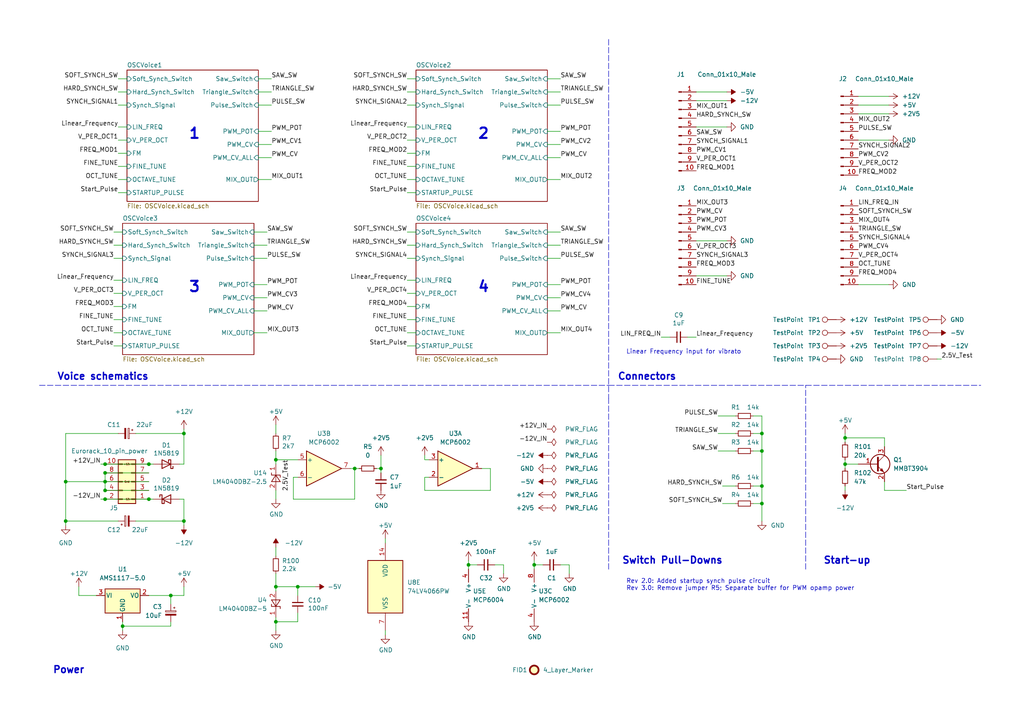
<source format=kicad_sch>
(kicad_sch (version 20211123) (generator eeschema)
  (paper "A4")
  (title_block (title "Quadraphone Components") (date "2023-04-04") (rev "2.0") (company "Mountjoy Modular"))
  (lib_symbols
    (symbol "4xxx:4066" (pin_names (offset 1.016))
      (property "Reference" "U" (at -7.62 8.89 0))
      (property "Value" "4066" (at -7.62 -8.89 0))
      (symbol "4066_1_0"
        (pin passive line (at -7.62 0 0) (length 5.08) (name "~") (number "1"))
        (pin input line (at 0 7.62 270) (length 5.08) (name "~") (number "13"))
        (pin passive line (at 7.62 0 180) (length 5.08) (name "~") (number "2"))
      )
      (symbol "4066_2_0"
        (pin passive line (at 7.62 0 180) (length 5.08) (name "~") (number "3"))
        (pin passive line (at -7.62 0 0) (length 5.08) (name "~") (number "4"))
        (pin input line (at 0 7.62 270) (length 5.08) (name "~") (number "5"))
      )
      (symbol "4066_3_0"
        (pin input line (at 0 7.62 270) (length 5.08) (name "~") (number "6"))
        (pin passive line (at -7.62 0 0) (length 5.08) (name "~") (number "8"))
        (pin passive line (at 7.62 0 180) (length 5.08) (name "~") (number "9"))
      )
      (symbol "4066_4_0"
        (pin passive line (at 7.62 0 180) (length 5.08) (name "~") (number "10"))
        (pin passive line (at -7.62 0 0) (length 5.08) (name "~") (number "11"))
        (pin input line (at 0 7.62 270) (length 5.08) (name "~") (number "12"))
      )
      (symbol "4066_5_0"
        (pin power_in line (at 0 12.7 270) (length 5.08) (name "VDD") (number "14"))
        (pin power_in line (at 0 -12.7 90) (length 5.08) (name "VSS") (number "7"))
      )
    )
    (symbol "Amplifier_Operational:MCP6002-xSN" (pin_names (offset 0.127))
      (property "Reference" "U" (at 0 5.08 0))
      (property "Value" "MCP6002-xSN" (at 0 -5.08 0))
      (symbol "MCP6002-xSN_1_1"
        (pin output line (at 7.62 0 180) (length 2.54) (name "~") (number "1"))
        (pin input line (at -7.62 -2.54 0) (length 2.54) (name "-") (number "2"))
        (pin input line (at -7.62 2.54 0) (length 2.54) (name "+") (number "3"))
      )
      (symbol "MCP6002-xSN_2_1"
        (pin input line (at -7.62 2.54 0) (length 2.54) (name "+") (number "5"))
        (pin input line (at -7.62 -2.54 0) (length 2.54) (name "-") (number "6"))
        (pin output line (at 7.62 0 180) (length 2.54) (name "~") (number "7"))
      )
      (symbol "MCP6002-xSN_3_1"
        (pin power_in line (at -2.54 -7.62 90) (length 3.81) (name "V-") (number "4"))
        (pin power_in line (at -2.54 7.62 270) (length 3.81) (name "V+") (number "8"))
      )
    )
    (symbol "Amplifier_Operational:MCP6004" (pin_names (offset 0.127))
      (property "Reference" "U" (at 0 5.08 0))
      (property "Value" "MCP6004" (at 0 -5.08 0))
      (symbol "MCP6004_1_1"
        (pin output line (at 7.62 0 180) (length 2.54) (name "~") (number "1"))
        (pin input line (at -7.62 -2.54 0) (length 2.54) (name "-") (number "2"))
        (pin input line (at -7.62 2.54 0) (length 2.54) (name "+") (number "3"))
      )
      (symbol "MCP6004_2_1"
        (pin input line (at -7.62 2.54 0) (length 2.54) (name "+") (number "5"))
        (pin input line (at -7.62 -2.54 0) (length 2.54) (name "-") (number "6"))
        (pin output line (at 7.62 0 180) (length 2.54) (name "~") (number "7"))
      )
      (symbol "MCP6004_3_1"
        (pin input line (at -7.62 2.54 0) (length 2.54) (name "+") (number "10"))
        (pin output line (at 7.62 0 180) (length 2.54) (name "~") (number "8"))
        (pin input line (at -7.62 -2.54 0) (length 2.54) (name "-") (number "9"))
      )
      (symbol "MCP6004_4_1"
        (pin input line (at -7.62 2.54 0) (length 2.54) (name "+") (number "12"))
        (pin input line (at -7.62 -2.54 0) (length 2.54) (name "-") (number "13"))
        (pin output line (at 7.62 0 180) (length 2.54) (name "~") (number "14"))
      )
      (symbol "MCP6004_5_1"
        (pin power_in line (at -2.54 -7.62 90) (length 3.81) (name "V-") (number "11"))
        (pin power_in line (at -2.54 7.62 270) (length 3.81) (name "V+") (number "4"))
      )
    )
    (symbol "Connector:Conn_01x10_Male" (pin_names (offset 1.016) hide)
      (property "Reference" "J" (at 0 12.7 0))
      (property "Value" "Conn_01x10_Male" (at 0 -15.24 0))
      (symbol "Conn_01x10_Male_1_1"
        (pin passive line (at 5.08 10.16 180) (length 3.81) (name "Pin_1") (number "1"))
        (pin passive line (at 5.08 -12.7 180) (length 3.81) (name "Pin_10") (number "10"))
        (pin passive line (at 5.08 7.62 180) (length 3.81) (name "Pin_2") (number "2"))
        (pin passive line (at 5.08 5.08 180) (length 3.81) (name "Pin_3") (number "3"))
        (pin passive line (at 5.08 2.54 180) (length 3.81) (name "Pin_4") (number "4"))
        (pin passive line (at 5.08 0 180) (length 3.81) (name "Pin_5") (number "5"))
        (pin passive line (at 5.08 -2.54 180) (length 3.81) (name "Pin_6") (number "6"))
        (pin passive line (at 5.08 -5.08 180) (length 3.81) (name "Pin_7") (number "7"))
        (pin passive line (at 5.08 -7.62 180) (length 3.81) (name "Pin_8") (number "8"))
        (pin passive line (at 5.08 -10.16 180) (length 3.81) (name "Pin_9") (number "9"))
      )
    )
    (symbol "Connector:TestPoint" (pin_numbers hide) (pin_names (offset 0.762) hide)
      (property "Reference" "TP" (at 0 6.858 0))
      (property "Value" "TestPoint" (at 0 5.08 0))
      (symbol "TestPoint_1_1"
        (pin passive line (at 0 0 90) (length 2.54) (name "1") (number "1"))
      )
    )
    (symbol "Device:C_Polarized_Small" (pin_numbers hide) (pin_names (offset 0.254) hide)
      (property "Reference" "C" (at 0.254 1.778 0))
      (property "Value" "C_Polarized_Small" (at 0.254 -2.032 0))
      (symbol "C_Polarized_Small_1_1"
        (pin passive line (at 0 2.54 270) (length 1.8542) (name "~") (number "1"))
        (pin passive line (at 0 -2.54 90) (length 1.8542) (name "~") (number "2"))
      )
    )
    (symbol "Device:C_Small" (pin_numbers hide) (pin_names (offset 0.254) hide)
      (property "Reference" "C" (at 0.254 1.778 0))
      (property "Value" "C_Small" (at 0.254 -2.032 0))
      (symbol "C_Small_1_1"
        (pin passive line (at 0 2.54 270) (length 2.032) (name "~") (number "1"))
        (pin passive line (at 0 -2.54 90) (length 2.032) (name "~") (number "2"))
      )
    )
    (symbol "Device:R_Small" (pin_numbers hide) (pin_names (offset 0.254) hide)
      (property "Reference" "R" (at 0.762 0.508 0))
      (property "Value" "R_Small" (at 0.762 -1.016 0))
      (symbol "R_Small_1_1"
        (pin passive line (at 0 2.54 270) (length 0.762) (name "~") (number "1"))
        (pin passive line (at 0 -2.54 90) (length 0.762) (name "~") (number "2"))
      )
    )
    (symbol "Diode:1N5819" (pin_numbers hide) (pin_names (offset 1.016) hide)
      (property "Reference" "D" (at 0 2.54 0))
      (property "Value" "1N5819" (at 0 -2.54 0))
      (symbol "1N5819_1_1"
        (pin passive line (at -3.81 0 0) (length 2.54) (name "K") (number "1"))
        (pin passive line (at 3.81 0 180) (length 2.54) (name "A") (number "2"))
      )
    )
    (symbol "Eurorack_Header:Eurorack_10_pin_power" (pin_names (offset 1.016) hide)
      (property "Reference" "J" (at 1.27 7.62 0))
      (property "Value" "Eurorack_10_pin_power" (at 1.27 -7.62 0))
      (symbol "Eurorack_10_pin_power_1_0"
        (text "+12v" (at 1.27 -5.08 0) (effects (font (size 0.508 0.508))))
        (text "-12v" (at 1.27 5.08 0) (effects (font (size 0.508 0.508))))
        (text "Gnd" (at 1.27 0 0) (effects (font (size 0.508 0.508))))
      )
      (symbol "Eurorack_10_pin_power_1_1"
        (pin power_in line (at -5.08 5.08 0) (length 3.81) (name "Pin_1") (number "1"))
        (pin passive line (at 7.62 -5.08 180) (length 3.81) (name "Pin_10") (number "10"))
        (pin passive line (at 7.62 5.08 180) (length 3.81) (name "Pin_2") (number "2"))
        (pin passive line (at -5.08 2.54 0) (length 3.81) (name "Pin_3") (number "3"))
        (pin passive line (at 7.62 2.54 180) (length 3.81) (name "Pin_4") (number "4"))
        (pin power_in line (at -5.08 0 0) (length 3.81) (name "Pin_5") (number "5"))
        (pin passive line (at 7.62 0 180) (length 3.81) (name "Pin_6") (number "6"))
        (pin passive line (at -5.08 -2.54 0) (length 3.81) (name "Pin_7") (number "7"))
        (pin passive line (at 7.62 -2.54 180) (length 3.81) (name "Pin_8") (number "8"))
        (pin power_in line (at -5.08 -5.08 0) (length 3.81) (name "Pin_9") (number "9"))
      )
    )
    (symbol "Mechanical:Fiducial"
      (property "Reference" "FID" (at 0 5.08 0))
      (property "Value" "Fiducial" (at 0 3.175 0))
    )
    (symbol "Reference_Voltage:LM4040DBZ-2.5" (pin_names (offset 0.0254) hide)
      (property "Reference" "U" (at 0 2.54 0))
      (property "Value" "LM4040DBZ-2.5" (at 0 -3.175 0))
      (symbol "LM4040DBZ-2.5_1_1"
        (pin passive line (at 3.81 0 180) (length 2.54) (name "K") (number "1"))
        (pin passive line (at -3.81 0 0) (length 2.54) (name "A") (number "2"))
      )
    )
    (symbol "Reference_Voltage:LM4040DBZ-5" (pin_names (offset 0.0254) hide)
      (property "Reference" "U" (at 0 2.54 0))
      (property "Value" "LM4040DBZ-5" (at 0 -3.175 0))
      (symbol "LM4040DBZ-5_1_1"
        (pin passive line (at 3.81 0 180) (length 2.54) (name "K") (number "1"))
        (pin passive line (at -3.81 0 0) (length 2.54) (name "A") (number "2"))
      )
    )
    (symbol "Regulator_Linear:AMS1117-5.0" (pin_names (offset 0.254))
      (property "Reference" "U" (at -3.81 3.175 0))
      (property "Value" "AMS1117-5.0" (at 0 3.175 0))
      (symbol "AMS1117-5.0_1_1"
        (pin power_in line (at 0 -7.62 90) (length 2.54) (name "GND") (number "1"))
        (pin power_out line (at 7.62 0 180) (length 2.54) (name "VO") (number "2"))
        (pin power_in line (at -7.62 0 0) (length 2.54) (name "VI") (number "3"))
      )
    )
    (symbol "Transistor_BJT:MMBT3904" (pin_names (offset 0) hide)
      (property "Reference" "Q" (at 5.08 1.905 0))
      (property "Value" "MMBT3904" (at 5.08 0 0))
      (symbol "MMBT3904_1_1"
        (pin input line (at -5.08 0 0) (length 5.715) (name "B") (number "1"))
        (pin passive line (at 2.54 -5.08 90) (length 2.54) (name "E") (number "2"))
        (pin passive line (at 2.54 5.08 270) (length 2.54) (name "C") (number "3"))
      )
    )
    (symbol "power:+12V" (power) (pin_names (offset 0))
      (property "Value" "+12V" (at 0 3.556 0))
      (symbol "+12V_1_1"
        (pin power_in line (at 0 0 90) (length 0) hide (name "+12V") (number "1"))
      )
    )
    (symbol "power:+2V5" (power) (pin_names (offset 0))
      (property "Value" "+2V5" (at 0 3.556 0))
      (symbol "+2V5_1_1"
        (pin power_in line (at 0 0 90) (length 0) hide (name "+2V5") (number "1"))
      )
    )
    (symbol "power:+5V" (power) (pin_names (offset 0))
      (property "Value" "+5V" (at 0 3.556 0))
      (symbol "+5V_1_1"
        (pin power_in line (at 0 0 90) (length 0) hide (name "+5V") (number "1"))
      )
    )
    (symbol "power:-12V" (power) (pin_names (offset 0))
      (property "Value" "-12V" (at 0 3.81 0))
      (symbol "-12V_0_0"
        (pin power_in line (at 0 0 90) (length 0) hide (name "-12V") (number "1"))
      )
    )
    (symbol "power:-5V" (power) (pin_names (offset 0))
      (property "Value" "-5V" (at 0 3.81 0))
      (symbol "-5V_0_0"
        (pin power_in line (at 0 0 90) (length 0) hide (name "-5V") (number "1"))
      )
    )
    (symbol "power:GND" (power) (pin_names (offset 0))
      (property "Value" "GND" (at 0 -3.81 0))
      (symbol "GND_1_1"
        (pin power_in line (at 0 0 270) (length 0) hide (name "GND") (number "1"))
      )
    )
    (symbol "power:PWR_FLAG" (power) (pin_numbers hide) (pin_names (offset 0) hide)
      (property "Value" "PWR_FLAG" (at 0 3.81 0))
      (symbol "PWR_FLAG_0_0"
        (pin power_out line (at 0 0 90) (length 0) (name "pwr") (number "1"))
      )
    )
  )
  (junction (at 135.89 163.83))
  (junction (at 220.98 140.97))
  (junction (at 19.05 139.7))
  (junction (at 220.98 125.73))
  (junction (at 30.48 134.62))
  (junction (at 30.48 139.7))
  (junction (at 245.11 127))
  (junction (at 30.48 142.24))
  (junction (at 110.49 135.89))
  (junction (at 49.53 172.72))
  (junction (at 86.36 170.18))
  (junction (at 43.18 144.78))
  (junction (at 19.05 151.13))
  (junction (at 220.98 130.81))
  (junction (at 245.11 134.62))
  (junction (at 80.01 133.35))
  (junction (at 35.56 181.61))
  (junction (at 30.48 144.78))
  (junction (at 30.48 137.16))
  (junction (at 220.98 146.05))
  (junction (at 80.01 170.18))
  (junction (at 53.34 151.13))
  (junction (at 80.01 180.34))
  (junction (at 53.34 125.73))
  (junction (at 154.94 163.83))
  (junction (at 102.87 135.89))
  (junction (at 43.18 134.62))
  (wire (pts (xy 102.87 144.78) (xy 85.09 144.78)))
  (wire (pts (xy 33.02 88.9) (xy 35.56 88.9)))
  (wire (pts (xy 154.94 162.56) (xy 154.94 163.83)))
  (wire (pts (xy 210.82 36.83) (xy 201.93 36.83)))
  (wire (pts (xy 33.02 81.28) (xy 35.56 81.28)))
  (wire (pts (xy 74.93 38.1) (xy 78.74 38.1)))
  (wire (pts (xy 85.09 138.43) (xy 86.36 138.43)))
  (wire (pts (xy 73.66 71.12) (xy 77.47 71.12)))
  (wire (pts (xy 165.1 163.83) (xy 165.1 166.37)))
  (wire (pts (xy 80.01 142.24) (xy 80.01 144.78)))
  (wire (pts (xy 52.07 134.62) (xy 53.34 134.62)))
  (wire (pts (xy 34.29 44.45) (xy 36.83 44.45)))
  (wire (pts (xy 19.05 139.7) (xy 30.48 139.7)))
  (wire (pts (xy 118.11 71.12) (xy 120.65 71.12)))
  (wire (pts (xy 74.93 30.48) (xy 78.74 30.48)))
  (wire (pts (xy 118.11 40.64) (xy 120.65 40.64)))
  (wire (pts (xy 135.89 163.83) (xy 138.43 163.83)))
  (wire (pts (xy 218.44 125.73) (xy 220.98 125.73)))
  (wire (pts (xy 74.93 41.91) (xy 78.74 41.91)))
  (wire (pts (xy 218.44 140.97) (xy 220.98 140.97)))
  (wire (pts (xy 220.98 146.05) (xy 220.98 151.13)))
  (wire (pts (xy 33.02 74.93) (xy 35.56 74.93)))
  (wire (pts (xy 34.29 55.88) (xy 36.83 55.88)))
  (wire (pts (xy 158.75 26.67) (xy 162.56 26.67)))
  (wire (pts (xy 49.53 172.72) (xy 53.34 172.72)))
  (wire (pts (xy 49.53 172.72) (xy 49.53 175.26)))
  (wire (pts (xy 30.48 137.16) (xy 30.48 139.7)))
  (wire (pts (xy 210.82 69.85) (xy 201.93 69.85)))
  (wire (pts (xy 118.11 92.71) (xy 120.65 92.71)))
  (wire (pts (xy 86.36 170.18) (xy 86.36 172.72)))
  (wire (pts (xy 257.81 30.48) (xy 248.92 30.48)))
  (wire (pts (xy 74.93 26.67) (xy 78.74 26.67)))
  (wire (pts (xy 158.75 67.31) (xy 162.56 67.31)))
  (wire (pts (xy 102.87 135.89) (xy 104.14 135.89)))
  (wire (pts (xy 80.01 170.18) (xy 80.01 171.45)))
  (wire (pts (xy 118.11 88.9) (xy 120.65 88.9)))
  (wire (pts (xy 139.7 135.89) (xy 142.24 135.89)))
  (wire (pts (xy 43.18 144.78) (xy 44.45 144.78)))
  (wire (pts (xy 34.29 40.64) (xy 36.83 40.64)))
  (wire (pts (xy 102.87 135.89) (xy 102.87 144.78)))
  (wire (pts (xy 158.75 41.91) (xy 162.56 41.91)))
  (wire (pts (xy 91.44 170.18) (xy 86.36 170.18)))
  (wire (pts (xy 162.56 163.83) (xy 165.1 163.83)))
  (wire (pts (xy 43.18 134.62) (xy 44.45 134.62)))
  (wire (pts (xy 110.49 135.89) (xy 110.49 137.16)))
  (wire (pts (xy 29.21 134.62) (xy 30.48 134.62)))
  (wire (pts (xy 19.05 152.4) (xy 19.05 151.13)))
  (wire (pts (xy 52.07 144.78) (xy 53.34 144.78)))
  (wire (pts (xy 208.28 125.73) (xy 213.36 125.73)))
  (wire (pts (xy 208.28 120.65) (xy 213.36 120.65)))
  (wire (pts (xy 22.86 170.18) (xy 22.86 172.72)))
  (wire (pts (xy 271.78 104.14) (xy 273.05 104.14)))
  (wire (pts (xy 245.11 127) (xy 245.11 128.27)))
  (wire (pts (xy 86.36 170.18) (xy 80.01 170.18)))
  (wire (pts (xy 199.39 97.79) (xy 201.93 97.79)))
  (wire (pts (xy 158.75 86.36) (xy 162.56 86.36)))
  (wire (pts (xy 118.11 30.48) (xy 120.65 30.48)))
  (wire (pts (xy 39.37 125.73) (xy 53.34 125.73)))
  (wire (pts (xy 33.02 100.33) (xy 35.56 100.33)))
  (wire (pts (xy 74.93 52.07) (xy 78.74 52.07)))
  (wire (pts (xy 43.18 142.24) (xy 30.48 142.24)))
  (wire (pts (xy 218.44 146.05) (xy 220.98 146.05)))
  (wire (pts (xy 146.05 163.83) (xy 146.05 166.37)))
  (wire (pts (xy 135.89 163.83) (xy 135.89 165.1)))
  (wire (pts (xy 191.77 97.79) (xy 194.31 97.79)))
  (wire (pts (xy 80.01 133.35) (xy 80.01 134.62)))
  (wire (pts (xy 30.48 139.7) (xy 30.48 142.24)))
  (wire (pts (xy 118.11 55.88) (xy 120.65 55.88)))
  (wire (pts (xy 33.02 85.09) (xy 35.56 85.09)))
  (wire (pts (xy 158.75 38.1) (xy 162.56 38.1)))
  (wire (pts (xy 30.48 134.62) (xy 43.18 134.62)))
  (wire (pts (xy 118.11 85.09) (xy 120.65 85.09)))
  (wire (pts (xy 73.66 90.17) (xy 77.47 90.17)))
  (wire (pts (xy 29.21 144.78) (xy 30.48 144.78)))
  (wire (pts (xy 74.93 22.86) (xy 78.74 22.86)))
  (wire (pts (xy 210.82 80.01) (xy 201.93 80.01)))
  (wire (pts (xy 118.11 44.45) (xy 120.65 44.45)))
  (wire (pts (xy 34.29 52.07) (xy 36.83 52.07)))
  (wire (pts (xy 158.75 52.07) (xy 162.56 52.07)))
  (wire (pts (xy 73.66 74.93) (xy 77.47 74.93)))
  (wire (pts (xy 142.24 142.24) (xy 123.19 142.24)))
  (wire (pts (xy 158.75 22.86) (xy 162.56 22.86)))
  (wire (pts (xy 158.75 71.12) (xy 162.56 71.12)))
  (wire (pts (xy 218.44 130.81) (xy 220.98 130.81)))
  (wire (pts (xy 124.46 133.35) (xy 123.19 133.35)))
  (wire (pts (xy 256.54 127) (xy 256.54 129.54)))
  (wire (pts (xy 49.53 181.61) (xy 35.56 181.61)))
  (wire (pts (xy 118.11 100.33) (xy 120.65 100.33)))
  (wire (pts (xy 220.98 125.73) (xy 220.98 130.81)))
  (wire (pts (xy 218.44 120.65) (xy 220.98 120.65)))
  (wire (pts (xy 53.34 144.78) (xy 53.34 151.13)))
  (wire (pts (xy 74.93 45.72) (xy 78.74 45.72)))
  (wire (pts (xy 158.75 96.52) (xy 162.56 96.52)))
  (wire (pts (xy 53.34 134.62) (xy 53.34 125.73)))
  (wire (pts (xy 245.11 125.73) (xy 245.11 127)))
  (wire (pts (xy 158.75 82.55) (xy 162.56 82.55)))
  (wire (pts (xy 257.81 82.55) (xy 248.92 82.55)))
  (wire (pts (xy 34.29 30.48) (xy 36.83 30.48)))
  (polyline (pts (xy 176.53 165.1) (xy 176.53 115.57)))
  (wire (pts (xy 33.02 67.31) (xy 35.56 67.31)))
  (wire (pts (xy 118.11 81.28) (xy 120.65 81.28)))
  (wire (pts (xy 245.11 134.62) (xy 245.11 135.89)))
  (wire (pts (xy 30.48 139.7) (xy 43.18 139.7)))
  (polyline (pts (xy 11.43 111.76) (xy 176.53 111.76)))
  (wire (pts (xy 53.34 124.46) (xy 53.34 125.73)))
  (wire (pts (xy 80.01 166.37) (xy 80.01 170.18)))
  (wire (pts (xy 19.05 151.13) (xy 34.29 151.13)))
  (wire (pts (xy 85.09 144.78) (xy 85.09 138.43)))
  (wire (pts (xy 49.53 180.34) (xy 49.53 181.61)))
  (wire (pts (xy 80.01 179.07) (xy 80.01 180.34)))
  (wire (pts (xy 143.51 163.83) (xy 146.05 163.83)))
  (wire (pts (xy 257.81 40.64) (xy 248.92 40.64)))
  (wire (pts (xy 80.01 180.34) (xy 86.36 180.34)))
  (wire (pts (xy 34.29 22.86) (xy 36.83 22.86)))
  (wire (pts (xy 210.82 26.67) (xy 201.93 26.67)))
  (wire (pts (xy 34.29 26.67) (xy 36.83 26.67)))
  (wire (pts (xy 30.48 144.78) (xy 43.18 144.78)))
  (wire (pts (xy 118.11 22.86) (xy 120.65 22.86)))
  (wire (pts (xy 80.01 133.35) (xy 86.36 133.35)))
  (wire (pts (xy 80.01 123.19) (xy 80.01 125.73)))
  (wire (pts (xy 53.34 172.72) (xy 53.34 170.18)))
  (wire (pts (xy 154.94 165.1) (xy 154.94 163.83)))
  (wire (pts (xy 34.29 48.26) (xy 36.83 48.26)))
  (wire (pts (xy 19.05 139.7) (xy 19.05 151.13)))
  (wire (pts (xy 158.75 45.72) (xy 162.56 45.72)))
  (polyline (pts (xy 176.53 111.76) (xy 284.48 111.76)))
  (wire (pts (xy 80.01 180.34) (xy 80.01 182.88)))
  (wire (pts (xy 142.24 135.89) (xy 142.24 142.24)))
  (wire (pts (xy 245.11 134.62) (xy 248.92 134.62)))
  (wire (pts (xy 86.36 177.8) (xy 86.36 180.34)))
  (wire (pts (xy 118.11 48.26) (xy 120.65 48.26)))
  (wire (pts (xy 158.75 30.48) (xy 162.56 30.48)))
  (wire (pts (xy 208.28 130.81) (xy 213.36 130.81)))
  (wire (pts (xy 220.98 120.65) (xy 220.98 125.73)))
  (wire (pts (xy 123.19 142.24) (xy 123.19 138.43)))
  (wire (pts (xy 256.54 139.7) (xy 256.54 142.24)))
  (wire (pts (xy 257.81 33.02) (xy 248.92 33.02)))
  (wire (pts (xy 245.11 140.97) (xy 245.11 142.24)))
  (wire (pts (xy 22.86 172.72) (xy 27.94 172.72)))
  (wire (pts (xy 209.55 146.05) (xy 213.36 146.05)))
  (wire (pts (xy 245.11 127) (xy 256.54 127)))
  (wire (pts (xy 73.66 67.31) (xy 77.47 67.31)))
  (wire (pts (xy 245.11 133.35) (xy 245.11 134.62)))
  (wire (pts (xy 220.98 130.81) (xy 220.98 140.97)))
  (wire (pts (xy 123.19 138.43) (xy 124.46 138.43)))
  (wire (pts (xy 118.11 52.07) (xy 120.65 52.07)))
  (wire (pts (xy 110.49 132.08) (xy 110.49 135.89)))
  (wire (pts (xy 118.11 26.67) (xy 120.65 26.67)))
  (wire (pts (xy 209.55 140.97) (xy 213.36 140.97)))
  (wire (pts (xy 43.18 137.16) (xy 30.48 137.16)))
  (polyline (pts (xy 233.68 165.1) (xy 233.68 111.76)))
  (wire (pts (xy 158.75 74.93) (xy 162.56 74.93)))
  (wire (pts (xy 154.94 163.83) (xy 157.48 163.83)))
  (wire (pts (xy 109.22 135.89) (xy 110.49 135.89)))
  (wire (pts (xy 53.34 151.13) (xy 53.34 152.4)))
  (wire (pts (xy 35.56 181.61) (xy 35.56 182.88)))
  (wire (pts (xy 19.05 125.73) (xy 19.05 139.7)))
  (wire (pts (xy 73.66 82.55) (xy 77.47 82.55)))
  (wire (pts (xy 43.18 172.72) (xy 49.53 172.72)))
  (wire (pts (xy 256.54 142.24) (xy 262.89 142.24)))
  (wire (pts (xy 111.76 182.88) (xy 111.76 184.15)))
  (wire (pts (xy 210.82 29.21) (xy 201.93 29.21)))
  (wire (pts (xy 118.11 67.31) (xy 120.65 67.31)))
  (wire (pts (xy 257.81 27.94) (xy 248.92 27.94)))
  (wire (pts (xy 101.6 135.89) (xy 102.87 135.89)))
  (wire (pts (xy 135.89 162.56) (xy 135.89 163.83)))
  (wire (pts (xy 220.98 140.97) (xy 220.98 146.05)))
  (wire (pts (xy 19.05 125.73) (xy 34.29 125.73)))
  (wire (pts (xy 118.11 36.83) (xy 120.65 36.83)))
  (wire (pts (xy 73.66 86.36) (xy 77.47 86.36)))
  (wire (pts (xy 118.11 74.93) (xy 120.65 74.93)))
  (wire (pts (xy 118.11 96.52) (xy 120.65 96.52)))
  (wire (pts (xy 80.01 130.81) (xy 80.01 133.35)))
  (wire (pts (xy 111.76 156.21) (xy 111.76 157.48)))
  (wire (pts (xy 80.01 158.75) (xy 80.01 161.29)))
  (wire (pts (xy 34.29 36.83) (xy 36.83 36.83)))
  (wire (pts (xy 33.02 92.71) (xy 35.56 92.71)))
  (wire (pts (xy 35.56 180.34) (xy 35.56 181.61)))
  (wire (pts (xy 33.02 96.52) (xy 35.56 96.52)))
  (wire (pts (xy 39.37 151.13) (xy 53.34 151.13)))
  (wire (pts (xy 33.02 71.12) (xy 35.56 71.12)))
  (polyline (pts (xy 176.53 11.43) (xy 176.53 115.57)))
  (wire (pts (xy 158.75 90.17) (xy 162.56 90.17)))
  (wire (pts (xy 73.66 96.52) (xy 77.47 96.52)))
  (wire (pts (xy 123.19 132.08) (xy 123.19 133.35)))
  (text "Rev 2.0: Added startup synch pulse circuit\nRev 3.0: Remove jumper R5; Separate buffer for PWM opamp power\n" (at 181.61 171.45 0) (effects (font (size 1.27 1.27)) (justify left bottom)))
  (text "Linear Frequency input for vibrato" (at 181.61 102.87 0) (effects (font (size 1.27 1.27)) (justify left bottom)))
  (text "3" (at 54.61 85.09 0) (effects (font (size 3 3) (thickness 0.6) bold) (justify left bottom)))
  (text "Start-up" (at 238.76 163.83 0) (effects (font (size 2 2) (thickness 0.4) bold) (justify left bottom)))
  (text "Switch Pull-Downs" (at 180.34 163.83 0) (effects (font (size 2 2) (thickness 0.4) bold) (justify left bottom)))
  (text "Connectors" (at 179.07 110.49 0) (effects (font (size 2 2) (thickness 0.4) bold) (justify left bottom)))
  (text "Power" (at 15.24 195.58 0) (effects (font (size 2 2) (thickness 0.4) bold) (justify left bottom)))
  (text "4" (at 138.43 85.09 0) (effects (font (size 3 3) (thickness 0.6) bold) (justify left bottom)))
  (text "2" (at 138.43 40.64 0) (effects (font (size 3 3) (thickness 0.6) bold) (justify left bottom)))
  (text "1" (at 54.61 40.64 0) (effects (font (size 3 3) (thickness 0.6) bold) (justify left bottom)))
  (text "Voice schematics" (at 16.51 110.49 0) (effects (font (size 2 2) (thickness 0.4) bold) (justify left bottom)))
  (label "PWM_CV3" (at 201.93 67.31 0))
  (label "PWM_POT" (at 162.56 82.55 0))
  (label "OCT_TUNE" (at 118.11 96.52 180))
  (label "2.5V_Test" (at 83.82 133.35 270))
  (label "HARD_SYNCH_SW" (at 118.11 71.12 180))
  (label "SAW_SW" (at 77.47 67.31 0))
  (label "SYNCH_SIGNAL2" (at 118.11 30.48 180))
  (label "PWM_CV1" (at 78.74 41.91 0))
  (label "PULSE_SW" (at 208.28 120.65 180))
  (label "MIX_OUT1" (at 78.74 52.07 0))
  (label "Start_Pulse" (at 118.11 55.88 180))
  (label "Linear_Frequency" (at 118.11 81.28 180))
  (label "SYNCH_SIGNAL4" (at 248.92 69.85 0))
  (label "OCT_TUNE" (at 248.92 77.47 0))
  (label "OCT_TUNE" (at 118.11 52.07 180))
  (label "TRIANGLE_SW" (at 162.56 71.12 0))
  (label "Linear_Frequency" (at 201.93 97.79 0))
  (label "V_PER_OCT2" (at 118.11 40.64 180))
  (label "SOFT_SYNCH_SW" (at 34.29 22.86 180))
  (label "SYNCH_SIGNAL4" (at 118.11 74.93 180))
  (label "TRIANGLE_SW" (at 77.47 71.12 0))
  (label "PULSE_SW" (at 77.47 74.93 0))
  (label "FINE_TUNE" (at 33.02 92.71 180))
  (label "PULSE_SW" (at 162.56 30.48 0))
  (label "V_PER_OCT1" (at 34.29 40.64 180))
  (label "SYNCH_SIGNAL2" (at 248.92 43.18 0))
  (label "HARD_SYNCH_SW" (at 201.93 34.29 0))
  (label "SYNCH_SIGNAL1" (at 34.29 30.48 180))
  (label "V_PER_OCT3" (at 201.93 72.39 0))
  (label "MIX_OUT4" (at 248.92 64.77 0))
  (label "V_PER_OCT4" (at 248.92 74.93 0))
  (label "TRIANGLE_SW" (at 162.56 26.67 0))
  (label "SYNCH_SIGNAL3" (at 201.93 74.93 0))
  (label "PWM_POT" (at 201.93 64.77 0))
  (label "FREQ_MOD3" (at 201.93 77.47 0))
  (label "OCT_TUNE" (at 33.02 96.52 180))
  (label "SOFT_SYNCH_SW" (at 118.11 22.86 180))
  (label "PULSE_SW" (at 78.74 30.48 0))
  (label "V_PER_OCT4" (at 118.11 85.09 180))
  (label "PWM_CV" (at 78.74 45.72 0))
  (label "TRIANGLE_SW" (at 208.28 125.73 180))
  (label "+12V_IN" (at 158.75 124.46 180))
  (label "V_PER_OCT1" (at 201.93 46.99 0))
  (label "MIX_OUT2" (at 162.56 52.07 0))
  (label "PWM_CV" (at 77.47 90.17 0))
  (label "PWM_POT" (at 162.56 38.1 0))
  (label "-12V_IN" (at 29.21 144.78 180))
  (label "TRIANGLE_SW" (at 78.74 26.67 0))
  (label "SOFT_SYNCH_SW" (at 209.55 146.05 180))
  (label "Linear_Frequency" (at 118.11 36.83 180))
  (label "PULSE_SW" (at 248.92 38.1 0))
  (label "SAW_SW" (at 208.28 130.81 180))
  (label "+12V_IN" (at 29.21 134.62 180))
  (label "FREQ_MOD4" (at 118.11 88.9 180))
  (label "Start_Pulse" (at 34.29 55.88 180))
  (label "Start_Pulse" (at 262.89 142.24 0))
  (label "SYNCH_SIGNAL1" (at 201.93 41.91 0))
  (label "PWM_CV4" (at 248.92 72.39 0))
  (label "FINE_TUNE" (at 118.11 92.71 180))
  (label "HARD_SYNCH_SW" (at 34.29 26.67 180))
  (label "PWM_POT" (at 77.47 82.55 0))
  (label "FINE_TUNE" (at 118.11 48.26 180))
  (label "LIN_FREQ_IN" (at 191.77 97.79 180))
  (label "PWM_CV3" (at 77.47 86.36 0))
  (label "OCT_TUNE" (at 34.29 52.07 180))
  (label "Start_Pulse" (at 33.02 100.33 180))
  (label "SYNCH_SIGNAL3" (at 33.02 74.93 180))
  (label "FREQ_MOD1" (at 34.29 44.45 180))
  (label "SAW_SW" (at 162.56 67.31 0))
  (label "PWM_CV" (at 201.93 62.23 0))
  (label "FREQ_MOD3" (at 33.02 88.9 180))
  (label "V_PER_OCT3" (at 33.02 85.09 180))
  (label "PULSE_SW" (at 162.56 74.93 0))
  (label "FREQ_MOD1" (at 201.93 49.53 0))
  (label "MIX_OUT1" (at 201.93 31.75 0))
  (label "SAW_SW" (at 78.74 22.86 0))
  (label "MIX_OUT3" (at 77.47 96.52 0))
  (label "HARD_SYNCH_SW" (at 118.11 26.67 180))
  (label "PWM_CV" (at 162.56 45.72 0))
  (label "FREQ_MOD2" (at 118.11 44.45 180))
  (label "SOFT_SYNCH_SW" (at 33.02 67.31 180))
  (label "PWM_CV2" (at 248.92 45.72 0))
  (label "MIX_OUT2" (at 248.92 35.56 0))
  (label "Linear_Frequency" (at 33.02 81.28 180))
  (label "FREQ_MOD2" (at 248.92 50.8 0))
  (label "FREQ_MOD4" (at 248.92 80.01 0))
  (label "HARD_SYNCH_SW" (at 209.55 140.97 180))
  (label "PWM_CV1" (at 201.93 44.45 0))
  (label "SOFT_SYNCH_SW" (at 248.92 62.23 0))
  (label "SAW_SW" (at 201.93 39.37 0))
  (label "PWM_CV4" (at 162.56 86.36 0))
  (label "MIX_OUT4" (at 162.56 96.52 0))
  (label "HARD_SYNCH_SW" (at 33.02 71.12 180))
  (label "FINE_TUNE" (at 201.93 82.55 0))
  (label "-12V_IN" (at 158.75 128.27 180))
  (label "PWM_CV2" (at 162.56 41.91 0))
  (label "Start_Pulse" (at 118.11 100.33 180))
  (label "LIN_FREQ_IN" (at 248.92 59.69 0))
  (label "MIX_OUT3" (at 201.93 59.69 0))
  (label "TRIANGLE_SW" (at 248.92 67.31 0))
  (label "2.5V_Test" (at 273.05 104.14 0))
  (label "SAW_SW" (at 162.56 22.86 0))
  (label "FINE_TUNE" (at 34.29 48.26 180))
  (label "PWM_CV" (at 162.56 90.17 0))
  (label "PWM_POT" (at 78.74 38.1 0))
  (label "Linear_Frequency" (at 34.29 36.83 180))
  (label "V_PER_OCT2" (at 248.92 48.26 0))
  (label "SOFT_SYNCH_SW" (at 118.11 67.31 180))
  (symbol (lib_id "Eurorack_Header:Eurorack_10_pin_power") (at 38.1 139.7 180) (unit 1)
    (property "Reference" "J5" (at 33.02 147.32 0))
    (property "Value" "Eurorack_10_pin_power" (at 31.75 130.81 0))
    (property "Footprint" "Custom_Footprints:Eurorack_10_pin_header" (effects hide))
  )
  (symbol (lib_id "power:+5V") (at 53.34 170.18 0) (unit 1)
    (property "Reference" "#PWR03" (effects hide))
    (property "Value" "+5V" (at 53.34 166.37 0))
  )
  (symbol (lib_id "4xxx:4066") (at 111.76 170.18 0) (unit 5)
    (property "Reference" "U8" (at 118.11 168.9099 0) (effects (justify left)))
    (property "Value" "74LV4066PW" (at 118.11 171.4499 0) (effects (justify left)))
    (property "Footprint" "Package_SO:TSSOP-14_4.4x5mm_P0.65mm" (effects hide))
    (property "Datasheet" "http://www.ti.com/lit/ds/symlink/cd4066b.pdf" (effects hide))
  )
  (symbol (lib_id "power:GND") (at 135.89 180.34 0) (unit 1)
    (property "Reference" "#PWR028" (effects hide))
    (property "Value" "GND" (at 136.017 184.7342 0))
  )
  (symbol (lib_id "power:-12V") (at 53.34 152.4 180) (unit 1)
    (property "Reference" "#PWR025" (effects hide))
    (property "Value" "-12V" (at 53.34 157.48 0))
  )
  (symbol (lib_id "power:PWR_FLAG") (at 158.75 124.46 270) (unit 1)
    (property "Reference" "#FLG0101" (effects hide))
    (property "Value" "PWR_FLAG" (at 163.83 124.4599 90) (effects (justify left)))
  )
  (symbol (lib_id "power:GND") (at 110.49 142.24 0) (unit 1)
    (property "Reference" "#PWR0101" (effects hide))
    (property "Value" "GND" (at 110.617 146.6342 0))
  )
  (symbol (lib_id "Amplifier_Operational:MCP6002-xSN") (at 132.08 135.89 0) (unit 1)
    (property "Reference" "U3" (at 132.08 125.73 0))
    (property "Value" "MCP6002" (at 132.08 128.27 0))
    (property "Footprint" "Package_SO:MSOP-8_3x3mm_P0.65mm" (effects hide))
    (property "Datasheet" "http://ww1.microchip.com/downloads/en/DeviceDoc/21733j.pdf" (effects hide))
  )
  (symbol (lib_id "power:PWR_FLAG") (at 158.75 135.89 270) (unit 1)
    (property "Reference" "#FLG0103" (effects hide))
    (property "Value" "PWR_FLAG" (at 163.83 135.8899 90) (effects (justify left)))
  )
  (symbol (lib_id "power:GND") (at 257.81 40.64 90) (unit 1)
    (property "Reference" "#PWR018" (effects hide))
    (property "Value" "GND" (at 261.62 40.6399 90) (effects (justify right)))
  )
  (symbol (lib_id "Device:C_Polarized_Small") (at 36.83 125.73 270) (unit 1)
    (property "Reference" "C11" (at 33.02 123.19 90))
    (property "Value" "22uF" (at 41.91 123.19 90))
    (property "Footprint" "Capacitor_SMD:CP_Elec_4x5.8" (effects hide))
    (property "Part_Number" "C134798" (effects hide))
    (property "Rotation" "360" (effects hide))
  )
  (symbol (lib_id "power:-12V") (at 80.01 158.75 0) (unit 1)
    (property "Reference" "#PWR010" (effects hide))
    (property "Value" "-12V" (at 82.55 157.4799 0) (effects (justify left)))
  )
  (symbol (lib_id "power:+5V") (at 245.11 125.73 0) (unit 1)
    (property "Reference" "#PWR0141" (effects hide))
    (property "Value" "+5V" (at 245.11 121.92 0))
  )
  (symbol (lib_id "power:PWR_FLAG") (at 158.75 139.7 270) (unit 1)
    (property "Reference" "#FLG0105" (effects hide))
    (property "Value" "PWR_FLAG" (at 163.83 139.6999 90) (effects (justify left)))
  )
  (symbol (lib_id "power:+2V5") (at 257.81 33.02 270) (unit 1)
    (property "Reference" "#PWR019" (effects hide))
    (property "Value" "+2V5" (at 261.62 33.0199 90) (effects (justify left)))
  )
  (symbol (lib_id "Connector:Conn_01x10_Male") (at 196.85 69.85 0) (unit 1)
    (property "Reference" "J3" (at 197.485 54.61 0))
    (property "Value" "Conn_01x10_Male" (at 209.55 54.61 0))
    (property "Footprint" "Connector_PinHeader_2.54mm:PinHeader_1x10_P2.54mm_Vertical" (effects hide))
  )
  (symbol (lib_id "Device:R_Small") (at 215.9 125.73 270) (unit 1)
    (property "Reference" "R2" (at 213.36 123.19 90))
    (property "Value" "14k" (at 218.44 123.19 90))
    (property "Footprint" "Resistor_SMD:R_0603_1608Metric" (effects hide))
  )
  (symbol (lib_id "power:+12V") (at 22.86 170.18 0) (mirror y) (unit 1)
    (property "Reference" "#PWR02" (effects hide))
    (property "Value" "+12V" (at 22.86 166.37 0))
  )
  (symbol (lib_id "Connector:Conn_01x10_Male") (at 243.84 38.1 0) (unit 1)
    (property "Reference" "J2" (at 244.475 22.86 0))
    (property "Value" "Conn_01x10_Male" (at 256.54 22.86 0))
    (property "Footprint" "Connector_PinHeader_2.54mm:PinHeader_1x10_P2.54mm_Vertical" (effects hide))
  )
  (symbol (lib_id "power:PWR_FLAG") (at 158.75 147.32 270) (unit 1)
    (property "Reference" "#FLG0107" (effects hide))
    (property "Value" "PWR_FLAG" (at 163.83 147.3199 90) (effects (justify left)))
  )
  (symbol (lib_id "power:+2V5") (at 158.75 147.32 90) (unit 1)
    (property "Reference" "#PWR0136" (effects hide))
    (property "Value" "+2V5" (at 154.94 147.3199 90) (effects (justify left)))
  )
  (symbol (lib_id "Connector:TestPoint") (at 271.78 100.33 90) (unit 1)
    (property "Reference" "TP7" (at 265.43 100.33 90))
    (property "Value" "TestPoint" (at 257.81 100.33 90))
    (property "Footprint" "Custom_Footprints:1.3mm_Test_Point" (effects hide))
  )
  (symbol (lib_id "Connector:TestPoint") (at 242.57 100.33 90) (unit 1)
    (property "Reference" "TP3" (at 236.22 100.33 90))
    (property "Value" "TestPoint" (at 228.6 100.33 90))
    (property "Footprint" "Custom_Footprints:1.3mm_Test_Point" (effects hide))
  )
  (symbol (lib_id "power:GND") (at 146.05 166.37 0) (unit 1)
    (property "Reference" "#PWR013" (effects hide))
    (property "Value" "GND" (at 146.177 170.7642 0))
  )
  (symbol (lib_id "power:+2V5") (at 110.49 132.08 0) (unit 1)
    (property "Reference" "#PWR011" (effects hide))
    (property "Value" "+2V5" (at 110.49 127 0))
  )
  (symbol (lib_id "power:+2V5") (at 135.89 162.56 0) (unit 1)
    (property "Reference" "#PWR027" (effects hide))
    (property "Value" "+2V5" (at 135.89 157.48 0))
  )
  (symbol (lib_id "Device:C_Small") (at 110.49 139.7 180) (unit 1)
    (property "Reference" "C7" (at 113.03 138.4235 0) (effects (justify right)))
    (property "Value" "1uF" (at 113.03 140.9635 0) (effects (justify right)))
    (property "Footprint" "Capacitor_SMD:C_0603_1608Metric_Pad1.08x0.95mm_HandSolder" (effects hide))
  )
  (symbol (lib_id "Connector:TestPoint") (at 271.78 92.71 90) (unit 1)
    (property "Reference" "TP5" (at 265.43 92.71 90))
    (property "Value" "TestPoint" (at 257.81 92.71 90))
    (property "Footprint" "Custom_Footprints:1.3mm_Test_Point" (effects hide))
  )
  (symbol (lib_id "Device:C_Small") (at 196.85 97.79 90) (unit 1)
    (property "Reference" "C9" (at 196.85 91.3892 90))
    (property "Value" "1uF" (at 196.85 93.7006 90))
    (property "Footprint" "Capacitor_SMD:C_0603_1608Metric_Pad1.08x0.95mm_HandSolder" (effects hide))
  )
  (symbol (lib_id "Device:C_Small") (at 140.97 163.83 90) (unit 1)
    (property "Reference" "C32" (at 140.97 167.64 90))
    (property "Value" "100nF" (at 140.9763 160.02 90))
    (property "Footprint" "Capacitor_SMD:C_0603_1608Metric_Pad1.08x0.95mm_HandSolder" (effects hide))
  )
  (symbol (lib_id "Device:C_Polarized_Small") (at 36.83 151.13 90) (unit 1)
    (property "Reference" "C12" (at 33.02 153.67 90))
    (property "Value" "22uF" (at 40.64 153.67 90))
    (property "Footprint" "Capacitor_SMD:CP_Elec_4x5.8" (effects hide))
    (property "Part_Number" "C134793" (effects hide))
    (property "Rotation" "270" (effects hide))
  )
  (symbol (lib_id "Connector:TestPoint") (at 271.78 104.14 90) (unit 1)
    (property "Reference" "TP8" (at 265.43 104.14 90))
    (property "Value" "TestPoint" (at 257.81 104.14 90))
    (property "Footprint" "Custom_Footprints:1.3mm_Test_Point" (effects hide))
  )
  (symbol (lib_id "Amplifier_Operational:MCP6002-xSN") (at 157.48 172.72 0) (unit 3)
    (property "Reference" "U3" (at 156.21 171.4499 0) (effects (justify left)))
    (property "Value" "MCP6002" (at 156.21 173.9899 0) (effects (justify left)))
    (property "Footprint" "Package_SO:MSOP-8_3x3mm_P0.65mm" (effects hide))
    (property "Datasheet" "http://ww1.microchip.com/downloads/en/DeviceDoc/21733j.pdf" (effects hide))
  )
  (symbol (lib_id "Connector:TestPoint") (at 271.78 96.52 90) (unit 1)
    (property "Reference" "TP6" (at 265.43 96.52 90))
    (property "Value" "TestPoint" (at 257.81 96.52 90))
    (property "Footprint" "Custom_Footprints:1.3mm_Test_Point" (effects hide))
  )
  (symbol (lib_id "Device:R_Small") (at 245.11 138.43 0) (mirror y) (unit 1)
    (property "Reference" "R102" (at 247.65 137.1599 0) (effects (justify right)))
    (property "Value" "47k" (at 247.65 139.6999 0) (effects (justify right)))
    (property "Footprint" "Resistor_SMD:R_0603_1608Metric" (effects hide))
  )
  (symbol (lib_id "power:-5V") (at 271.78 96.52 270) (unit 1)
    (property "Reference" "#PWR029" (effects hide))
    (property "Value" "-5V" (at 275.59 96.5199 90) (effects (justify left)))
  )
  (symbol (lib_id "power:+12V") (at 257.81 27.94 270) (mirror x) (unit 1)
    (property "Reference" "#PWR039" (effects hide))
    (property "Value" "+12V" (at 261.62 27.9399 90) (effects (justify left)))
  )
  (symbol (lib_id "power:-5V") (at 210.82 26.67 270) (unit 1)
    (property "Reference" "#PWR0104" (effects hide))
    (property "Value" "-5V" (at 214.63 26.6699 90) (effects (justify left)))
  )
  (symbol (lib_id "power:GND") (at 80.01 182.88 0) (unit 1)
    (property "Reference" "#PWR012" (effects hide))
    (property "Value" "GND" (at 80.137 187.2742 0))
  )
  (symbol (lib_id "power:+2V5") (at 242.57 100.33 270) (unit 1)
    (property "Reference" "#PWR05" (effects hide))
    (property "Value" "+2V5" (at 246.38 100.3299 90) (effects (justify left)))
  )
  (symbol (lib_id "power:GND") (at 210.82 36.83 90) (unit 1)
    (property "Reference" "#PWR0137" (effects hide))
    (property "Value" "GND" (at 214.63 36.8299 90) (effects (justify right)))
  )
  (symbol (lib_id "Device:C_Polarized_Small") (at 49.53 177.8 0) (mirror y) (unit 1)
    (property "Reference" "C3" (at 46.99 175.9838 0) (effects (justify left)))
    (property "Value" "10uF" (at 46.99 178.5238 0) (effects (justify left)))
    (property "Footprint" "Capacitor_SMD:CP_Elec_4x5.7" (effects hide))
  )
  (symbol (lib_id "Reference_Voltage:LM4040DBZ-5") (at 80.01 175.26 270) (unit 1)
    (property "Reference" "U4" (at 77.47 173.9899 90) (effects (justify right)))
    (property "Value" "LM4040DBZ-5" (at 77.47 176.5299 90) (effects (justify right)))
    (property "Footprint" "Package_TO_SOT_SMD:SOT-23" (effects hide))
    (property "Datasheet" "http://www.ti.com/lit/ds/symlink/lm4040-n.pdf" (effects hide))
  )
  (symbol (lib_id "power:+12V") (at 158.75 143.51 90) (mirror x) (unit 1)
    (property "Reference" "#PWR0120" (effects hide))
    (property "Value" "+12V" (at 154.94 143.5099 90) (effects (justify left)))
  )
  (symbol (lib_id "Device:R_Small") (at 106.68 135.89 90) (unit 1)
    (property "Reference" "R5" (at 106.68 129.54 90))
    (property "Value" "0" (at 106.68 132.08 90))
    (property "Footprint" "Resistor_SMD:R_0603_1608Metric" (effects hide))
  )
  (symbol (lib_id "power:-5V") (at 91.44 170.18 270) (unit 1)
    (property "Reference" "#PWR0102" (effects hide))
    (property "Value" "-5V" (at 99.06 170.18 90) (effects (justify right)))
  )
  (symbol (lib_id "power:+2V5") (at 123.19 132.08 0) (unit 1)
    (property "Reference" "#PWR0103" (effects hide))
    (property "Value" "+2V5" (at 123.19 127 0))
  )
  (symbol (lib_id "power:GND") (at 271.78 92.71 90) (unit 1)
    (property "Reference" "#PWR026" (effects hide))
    (property "Value" "GND" (at 275.59 92.7099 90) (effects (justify right)))
  )
  (symbol (lib_id "Device:C_Small") (at 86.36 175.26 0) (unit 1)
    (property "Reference" "C10" (at 89.281 174.0916 0) (effects (justify left)))
    (property "Value" "100nF" (at 89.281 176.403 0) (effects (justify left)))
    (property "Footprint" "Capacitor_SMD:C_0603_1608Metric_Pad1.08x0.95mm_HandSolder" (effects hide))
  )
  (symbol (lib_id "Device:R_Small") (at 215.9 130.81 270) (unit 1)
    (property "Reference" "R3" (at 213.36 128.27 90))
    (property "Value" "14k" (at 218.44 128.27 90))
    (property "Footprint" "Resistor_SMD:R_0603_1608Metric" (effects hide))
  )
  (symbol (lib_id "power:-5V") (at 158.75 139.7 90) (unit 1)
    (property "Reference" "#PWR0119" (effects hide))
    (property "Value" "-5V" (at 154.94 139.6999 90) (effects (justify left)))
  )
  (symbol (lib_id "power:+5V") (at 154.94 162.56 0) (unit 1)
    (property "Reference" "#PWR09" (effects hide))
    (property "Value" "+5V" (at 154.94 157.48 0))
  )
  (symbol (lib_id "power:GND") (at 19.05 152.4 0) (unit 1)
    (property "Reference" "#PWR038" (effects hide))
    (property "Value" "GND" (at 19.05 157.48 0))
  )
  (symbol (lib_id "Amplifier_Operational:MCP6002-xSN") (at 93.98 135.89 0) (unit 2)
    (property "Reference" "U3" (at 93.98 125.73 0))
    (property "Value" "MCP6002" (at 93.98 128.27 0))
    (property "Footprint" "Package_SO:MSOP-8_3x3mm_P0.65mm" (effects hide))
    (property "Datasheet" "http://ww1.microchip.com/downloads/en/DeviceDoc/21733j.pdf" (effects hide))
  )
  (symbol (lib_id "power:GND") (at 111.76 184.15 0) (unit 1)
    (property "Reference" "#PWR0107" (effects hide))
    (property "Value" "GND" (at 111.887 188.5442 0))
  )
  (symbol (lib_id "Device:R_Small") (at 215.9 146.05 270) (unit 1)
    (property "Reference" "R4" (at 213.36 143.51 90))
    (property "Value" "14k" (at 218.44 143.51 90))
    (property "Footprint" "Resistor_SMD:R_0603_1608Metric" (effects hide))
  )
  (symbol (lib_id "power:GND") (at 220.98 151.13 0) (unit 1)
    (property "Reference" "#PWR0121" (effects hide))
    (property "Value" "GND" (at 223.52 152.3999 0) (effects (justify left)))
  )
  (symbol (lib_id "Device:R_Small") (at 80.01 163.83 0) (unit 1)
    (property "Reference" "R100" (at 81.788 162.6616 0) (effects (justify left)))
    (property "Value" "2.2k" (at 81.788 164.973 0) (effects (justify left)))
    (property "Footprint" "Resistor_SMD:R_0603_1608Metric" (effects hide))
  )
  (symbol (lib_id "power:-12V") (at 271.78 100.33 270) (unit 1)
    (property "Reference" "#PWR030" (effects hide))
    (property "Value" "-12V" (at 275.59 100.3299 90) (effects (justify left)))
  )
  (symbol (lib_id "Connector:TestPoint") (at 242.57 92.71 90) (unit 1)
    (property "Reference" "TP1" (at 236.22 92.71 90))
    (property "Value" "TestPoint" (at 228.6 92.71 90))
    (property "Footprint" "Custom_Footprints:1.3mm_Test_Point" (effects hide))
  )
  (symbol (lib_id "power:-12V") (at 210.82 29.21 270) (unit 1)
    (property "Reference" "#PWR041" (effects hide))
    (property "Value" "-12V" (at 214.63 29.2099 90) (effects (justify left)))
  )
  (symbol (lib_id "power:GND") (at 242.57 104.14 90) (unit 1)
    (property "Reference" "#PWR07" (effects hide))
    (property "Value" "GND" (at 246.38 104.1399 90) (effects (justify right)))
  )
  (symbol (lib_id "power:GND") (at 154.94 180.34 0) (unit 1)
    (property "Reference" "#PWR024" (effects hide))
    (property "Value" "GND" (at 155.067 184.7342 0))
  )
  (symbol (lib_id "power:GND") (at 80.01 144.78 0) (unit 1)
    (property "Reference" "#PWR023" (effects hide))
    (property "Value" "GND" (at 80.137 149.1742 0))
  )
  (symbol (lib_id "Reference_Voltage:LM4040DBZ-2.5") (at 80.01 138.43 90) (unit 1)
    (property "Reference" "U14" (at 77.47 137.1599 90) (effects (justify left)))
    (property "Value" "LM4040DBZ-2.5" (at 77.47 139.6999 90) (effects (justify left)))
    (property "Footprint" "Package_TO_SOT_SMD:SOT-23" (effects hide))
    (property "Datasheet" "http://www.ti.com/lit/ds/symlink/lm4040-n.pdf" (effects hide))
  )
  (symbol (lib_id "Device:R_Small") (at 215.9 140.97 270) (unit 1)
    (property "Reference" "R6" (at 213.36 138.43 90))
    (property "Value" "14k" (at 218.44 138.43 90))
    (property "Footprint" "Resistor_SMD:R_0603_1608Metric" (effects hide))
  )
  (symbol (lib_id "Diode:1N5819") (at 48.26 144.78 0) (unit 1)
    (property "Reference" "D2" (at 48.26 139.2936 0))
    (property "Value" "1N5819" (at 48.26 141.605 0))
    (property "Footprint" "Diode_SMD:D_SOD-123" (effects hide))
    (property "Datasheet" "http://www.vishay.com/docs/88525/1n5817.pdf" (effects hide))
    (property "Part_Number" "C8598" (effects hide))
  )
  (symbol (lib_id "Amplifier_Operational:MCP6004") (at 138.43 172.72 0) (unit 5)
    (property "Reference" "U5" (at 137.16 171.4499 0) (effects (justify left)))
    (property "Value" "MCP6004" (at 137.16 173.9899 0) (effects (justify left)))
    (property "Footprint" "Package_SO:SOIC-14_3.9x8.7mm_P1.27mm" (effects hide))
    (property "Datasheet" "http://ww1.microchip.com/downloads/en/DeviceDoc/21733j.pdf" (effects hide))
  )
  (symbol (lib_id "power:+5V") (at 111.76 156.21 0) (unit 1)
    (property "Reference" "#PWR0108" (effects hide))
    (property "Value" "+5V" (at 111.76 152.4 0))
  )
  (symbol (lib_id "power:GND") (at 210.82 69.85 90) (unit 1)
    (property "Reference" "#PWR040" (effects hide))
    (property "Value" "GND" (at 214.63 69.8499 90) (effects (justify right)))
  )
  (symbol (lib_id "Transistor_BJT:MMBT3904") (at 254 134.62 0) (unit 1)
    (property "Reference" "Q1" (at 259.08 133.3499 0) (effects (justify left)))
    (property "Value" "MMBT3904" (at 259.08 135.8899 0) (effects (justify left)))
    (property "Footprint" "Package_TO_SOT_SMD:SOT-23" (effects hide))
    (property "Datasheet" "https://www.onsemi.com/pub/Collateral/2N3903-D.PDF" (effects hide))
  )
  (symbol (lib_id "Device:R_Small") (at 245.11 130.81 0) (unit 1)
    (property "Reference" "R101" (at 247.65 129.5399 0) (effects (justify left)))
    (property "Value" "20k" (at 247.65 132.0799 0) (effects (justify left)))
    (property "Footprint" "Resistor_SMD:R_0603_1608Metric" (effects hide))
  )
  (symbol (lib_id "power:PWR_FLAG") (at 158.75 128.27 270) (unit 1)
    (property "Reference" "#FLG0102" (effects hide))
    (property "Value" "PWR_FLAG" (at 163.83 128.2699 90) (effects (justify left)))
  )
  (symbol (lib_id "power:+5V") (at 257.81 30.48 270) (unit 1)
    (property "Reference" "#PWR020" (effects hide))
    (property "Value" "+5V" (at 261.62 30.4799 90) (effects (justify left)))
  )
  (symbol (lib_id "Device:R_Small") (at 215.9 120.65 270) (unit 1)
    (property "Reference" "R1" (at 213.36 118.11 90))
    (property "Value" "14k" (at 218.44 118.11 90))
    (property "Footprint" "Resistor_SMD:R_0603_1608Metric" (effects hide))
  )
  (symbol (lib_id "power:GND") (at 35.56 182.88 0) (unit 1)
    (property "Reference" "#PWR06" (effects hide))
    (property "Value" "GND" (at 35.56 187.96 0))
  )
  (symbol (lib_id "power:+5V") (at 242.57 96.52 270) (unit 1)
    (property "Reference" "#PWR04" (effects hide))
    (property "Value" "+5V" (at 246.38 96.5199 90) (effects (justify left)))
  )
  (symbol (lib_id "Device:C_Small") (at 160.02 163.83 90) (unit 1)
    (property "Reference" "C1" (at 160.02 167.64 90))
    (property "Value" "1uF" (at 160.0263 160.02 90))
    (property "Footprint" "Capacitor_SMD:C_0603_1608Metric_Pad1.08x0.95mm_HandSolder" (effects hide))
  )
  (symbol (lib_id "Connector:Conn_01x10_Male") (at 243.84 69.85 0) (unit 1)
    (property "Reference" "J4" (at 244.475 54.61 0))
    (property "Value" "Conn_01x10_Male" (at 256.54 54.61 0))
    (property "Footprint" "Connector_PinHeader_2.54mm:PinHeader_1x10_P2.54mm_Vertical" (effects hide))
  )
  (symbol (lib_id "Connector:TestPoint") (at 242.57 104.14 90) (unit 1)
    (property "Reference" "TP4" (at 236.22 104.14 90))
    (property "Value" "TestPoint" (at 228.6 104.14 90))
    (property "Footprint" "Custom_Footprints:1.3mm_Test_Point" (effects hide))
  )
  (symbol (lib_id "Mechanical:Fiducial") (at 154.94 194.31 90) (unit 1)
    (property "Reference" "FID1" (at 148.59 194.31 90) (effects (justify right)))
    (property "Value" "4_Layer_Marker" (at 157.48 194.31 90) (effects (justify right)))
    (property "Footprint" "Custom_Footprints:4_Layer_Markers" (effects hide))
  )
  (symbol (lib_id "power:+12V") (at 242.57 92.71 270) (mirror x) (unit 1)
    (property "Reference" "#PWR01" (effects hide))
    (property "Value" "+12V" (at 246.38 92.7099 90) (effects (justify left)))
  )
  (symbol (lib_id "Device:R_Small") (at 80.01 128.27 0) (unit 1)
    (property "Reference" "R7" (at 81.788 127.1016 0) (effects (justify left)))
    (property "Value" "2k7" (at 81.788 129.413 0) (effects (justify left)))
    (property "Footprint" "Resistor_SMD:R_0603_1608Metric" (effects hide))
  )
  (symbol (lib_id "Connector:TestPoint") (at 242.57 96.52 90) (unit 1)
    (property "Reference" "TP2" (at 236.22 96.52 90))
    (property "Value" "TestPoint" (at 228.6 96.52 90))
    (property "Footprint" "Custom_Footprints:1.3mm_Test_Point" (effects hide))
  )
  (symbol (lib_id "power:PWR_FLAG") (at 158.75 143.51 270) (unit 1)
    (property "Reference" "#FLG0106" (effects hide))
    (property "Value" "PWR_FLAG" (at 163.83 143.5099 90) (effects (justify left)))
  )
  (symbol (lib_id "power:PWR_FLAG") (at 158.75 132.08 270) (unit 1)
    (property "Reference" "#FLG0104" (effects hide))
    (property "Value" "PWR_FLAG" (at 163.83 132.0799 90) (effects (justify left)))
  )
  (symbol (lib_id "power:GND") (at 257.81 82.55 90) (unit 1)
    (property "Reference" "#PWR0138" (effects hide))
    (property "Value" "GND" (at 261.62 82.5499 90) (effects (justify right)))
  )
  (symbol (lib_id "power:+12V") (at 53.34 124.46 0) (unit 1)
    (property "Reference" "#PWR022" (effects hide))
    (property "Value" "+12V" (at 53.34 119.38 0))
  )
  (symbol (lib_id "power:-12V") (at 158.75 132.08 90) (unit 1)
    (property "Reference" "#PWR0117" (effects hide))
    (property "Value" "-12V" (at 154.94 132.0799 90) (effects (justify left)))
  )
  (symbol (lib_id "power:GND") (at 158.75 135.89 270) (unit 1)
    (property "Reference" "#PWR0118" (effects hide))
    (property "Value" "GND" (at 154.94 135.8899 90) (effects (justify right)))
  )
  (symbol (lib_id "power:-12V") (at 245.11 142.24 180) (unit 1)
    (property "Reference" "#PWR0140" (effects hide))
    (property "Value" "-12V" (at 245.11 147.32 0))
  )
  (symbol (lib_id "power:GND") (at 165.1 166.37 0) (unit 1)
    (property "Reference" "#PWR021" (effects hide))
    (property "Value" "GND" (at 165.227 170.7642 0))
  )
  (symbol (lib_id "power:GND") (at 210.82 80.01 90) (unit 1)
    (property "Reference" "#PWR0139" (effects hide))
    (property "Value" "GND" (at 214.63 80.0099 90) (effects (justify right)))
  )
  (symbol (lib_id "power:+5V") (at 80.01 123.19 0) (unit 1)
    (property "Reference" "#PWR08" (effects hide))
    (property "Value" "+5V" (at 80.01 119.38 0))
  )
  (symbol (lib_id "Diode:1N5819") (at 48.26 134.62 180) (unit 1)
    (property "Reference" "D1" (at 48.26 129.1336 0))
    (property "Value" "1N5819" (at 48.26 131.445 0))
    (property "Footprint" "Diode_SMD:D_SOD-123" (effects hide))
    (property "Datasheet" "http://www.vishay.com/docs/88525/1n5817.pdf" (effects hide))
    (property "Part_Number" "C8598" (effects hide))
  )
  (symbol (lib_id "Connector:Conn_01x10_Male") (at 196.85 36.83 0) (unit 1)
    (property "Reference" "J1" (at 197.485 21.59 0))
    (property "Value" "Conn_01x10_Male" (at 210.82 21.59 0))
    (property "Footprint" "Connector_PinHeader_2.54mm:PinHeader_1x10_P2.54mm_Vertical" (effects hide))
  )
  (symbol (lib_id "Regulator_Linear:AMS1117-5.0") (at 35.56 172.72 0) (unit 1)
    (property "Reference" "U1" (at 35.56 165.1 0))
    (property "Value" "AMS1117-5.0" (at 35.56 167.64 0))
    (property "Footprint" "Package_TO_SOT_SMD:SOT-223-3_TabPin2" (effects hide))
    (property "Datasheet" "http://www.advanced-monolithic.com/pdf/ds1117.pdf" (effects hide))
  )
  (sheet (at 36.83 20.32) (size 38.1 38.1) (stroke (width 0.1524))
    (property "Sheet name" "OSCVoice1" (at 36.83 19.6084 0) (effects (justify left bottom)))
    (property "Sheet file" "OSCVoice.kicad_sch" (at 36.83 59.0046 0) (effects (justify left top)))
    (pin "LIN_FREQ" input (at 36.83 36.83 180))
    (pin "MIX_OUT" output (at 74.93 52.07 0))
    (pin "Saw_Switch" input (at 74.93 22.86 0))
    (pin "Triangle_Switch" input (at 74.93 26.67 0))
    (pin "Pulse_Switch" input (at 74.93 30.48 0))
    (pin "PWM_POT" input (at 74.93 38.1 0))
    (pin "PWM_CV" input (at 74.93 41.91 0))
    (pin "Soft_Synch_Switch" input (at 36.83 22.86 180))
    (pin "Synch_Signal" input (at 36.83 30.48 180))
    (pin "Hard_Synch_Switch" input (at 36.83 26.67 180))
    (pin "PWM_CV_ALL" input (at 74.93 45.72 0))
    (pin "OCTAVE_TUNE" input (at 36.83 52.07 180))
    (pin "FINE_TUNE" input (at 36.83 48.26 180))
    (pin "V_PER_OCT" input (at 36.83 40.64 180))
    (pin "FM" input (at 36.83 44.45 180))
    (pin "STARTUP_PULSE" input (at 36.83 55.88 180))
  )
  (sheet (at 120.65 64.77) (size 38.1 38.1) (stroke (width 0.1524))
    (property "Sheet name" "OSCVoice4" (at 120.65 64.0584 0) (effects (justify left bottom)))
    (property "Sheet file" "OSCVoice.kicad_sch" (at 120.65 103.4546 0) (effects (justify left top)))
    (pin "LIN_FREQ" input (at 120.65 81.28 180))
    (pin "MIX_OUT" output (at 158.75 96.52 0))
    (pin "Saw_Switch" input (at 158.75 67.31 0))
    (pin "Triangle_Switch" input (at 158.75 71.12 0))
    (pin "Pulse_Switch" input (at 158.75 74.93 0))
    (pin "PWM_POT" input (at 158.75 82.55 0))
    (pin "PWM_CV" input (at 158.75 86.36 0))
    (pin "Soft_Synch_Switch" input (at 120.65 67.31 180))
    (pin "Synch_Signal" input (at 120.65 74.93 180))
    (pin "Hard_Synch_Switch" input (at 120.65 71.12 180))
    (pin "PWM_CV_ALL" input (at 158.75 90.17 0))
    (pin "OCTAVE_TUNE" input (at 120.65 96.52 180))
    (pin "FINE_TUNE" input (at 120.65 92.71 180))
    (pin "V_PER_OCT" input (at 120.65 85.09 180))
    (pin "FM" input (at 120.65 88.9 180))
    (pin "STARTUP_PULSE" input (at 120.65 100.33 180))
  )
  (sheet (at 35.56 64.77) (size 38.1 38.1) (stroke (width 0.1524))
    (property "Sheet name" "OSCVoice3" (at 35.56 64.0584 0) (effects (justify left bottom)))
    (property "Sheet file" "OSCVoice.kicad_sch" (at 35.56 103.4546 0) (effects (justify left top)))
    (pin "LIN_FREQ" input (at 35.56 81.28 180))
    (pin "MIX_OUT" output (at 73.66 96.52 0))
    (pin "Saw_Switch" input (at 73.66 67.31 0))
    (pin "Triangle_Switch" input (at 73.66 71.12 0))
    (pin "Pulse_Switch" input (at 73.66 74.93 0))
    (pin "PWM_POT" input (at 73.66 82.55 0))
    (pin "PWM_CV" input (at 73.66 86.36 0))
    (pin "Soft_Synch_Switch" input (at 35.56 67.31 180))
    (pin "Synch_Signal" input (at 35.56 74.93 180))
    (pin "Hard_Synch_Switch" input (at 35.56 71.12 180))
    (pin "PWM_CV_ALL" input (at 73.66 90.17 0))
    (pin "OCTAVE_TUNE" input (at 35.56 96.52 180))
    (pin "FINE_TUNE" input (at 35.56 92.71 180))
    (pin "V_PER_OCT" input (at 35.56 85.09 180))
    (pin "FM" input (at 35.56 88.9 180))
    (pin "STARTUP_PULSE" input (at 35.56 100.33 180))
  )
  (sheet (at 120.65 20.32) (size 38.1 38.1) (stroke (width 0.1524))
    (property "Sheet name" "OSCVoice2" (at 120.65 19.6084 0) (effects (justify left bottom)))
    (property "Sheet file" "OSCVoice.kicad_sch" (at 120.65 59.0046 0) (effects (justify left top)))
    (pin "LIN_FREQ" input (at 120.65 36.83 180))
    (pin "MIX_OUT" output (at 158.75 52.07 0))
    (pin "Saw_Switch" input (at 158.75 22.86 0))
    (pin "Triangle_Switch" input (at 158.75 26.67 0))
    (pin "Pulse_Switch" input (at 158.75 30.48 0))
    (pin "PWM_POT" input (at 158.75 38.1 0))
    (pin "PWM_CV" input (at 158.75 41.91 0))
    (pin "Soft_Synch_Switch" input (at 120.65 22.86 180))
    (pin "Synch_Signal" input (at 120.65 30.48 180))
    (pin "Hard_Synch_Switch" input (at 120.65 26.67 180))
    (pin "PWM_CV_ALL" input (at 158.75 45.72 0))
    (pin "OCTAVE_TUNE" input (at 120.65 52.07 180))
    (pin "FINE_TUNE" input (at 120.65 48.26 180))
    (pin "V_PER_OCT" input (at 120.65 40.64 180))
    (pin "FM" input (at 120.65 44.45 180))
    (pin "STARTUP_PULSE" input (at 120.65 55.88 180))
  )
)
</source>
